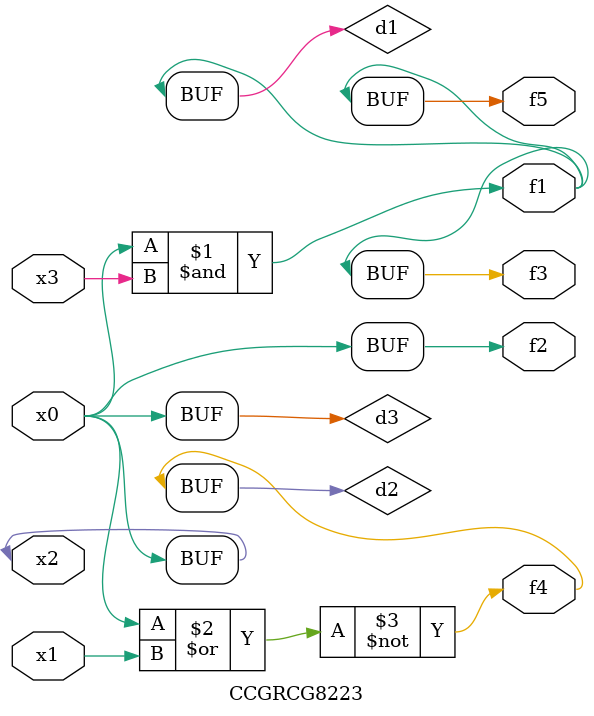
<source format=v>
module CCGRCG8223(
	input x0, x1, x2, x3,
	output f1, f2, f3, f4, f5
);

	wire d1, d2, d3;

	and (d1, x2, x3);
	nor (d2, x0, x1);
	buf (d3, x0, x2);
	assign f1 = d1;
	assign f2 = d3;
	assign f3 = d1;
	assign f4 = d2;
	assign f5 = d1;
endmodule

</source>
